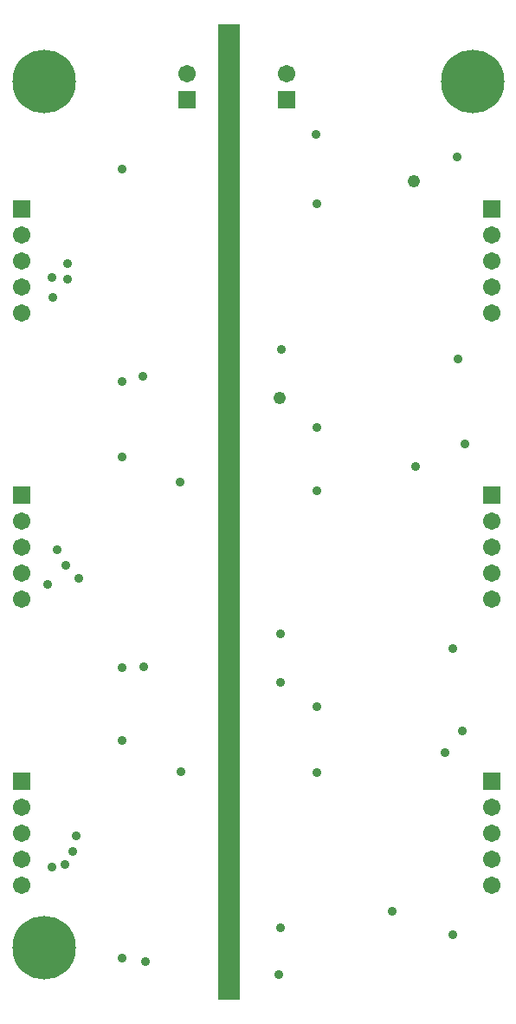
<source format=gbs>
G04*
G04 #@! TF.GenerationSoftware,Altium Limited,Altium Designer,20.2.3 (150)*
G04*
G04 Layer_Color=16711935*
%FSLAX25Y25*%
%MOIN*%
G70*
G04*
G04 #@! TF.SameCoordinates,9B11B327-6EB5-4971-87C7-186C775F7969*
G04*
G04*
G04 #@! TF.FilePolarity,Negative*
G04*
G01*
G75*
%ADD30C,0.06706*%
%ADD31R,0.06706X0.06706*%
%ADD32C,0.24422*%
%ADD33C,0.03500*%
%ADD34C,0.04800*%
G36*
X340500Y100000D02*
X332000D01*
Y475000D01*
X340500D01*
Y100000D01*
D02*
G37*
D30*
X437500Y364000D02*
D03*
Y374000D02*
D03*
Y384000D02*
D03*
Y394000D02*
D03*
X256500Y364000D02*
D03*
Y374000D02*
D03*
Y384000D02*
D03*
Y394000D02*
D03*
Y284000D02*
D03*
Y274000D02*
D03*
Y264000D02*
D03*
Y254000D02*
D03*
Y174000D02*
D03*
Y164000D02*
D03*
Y154000D02*
D03*
Y144000D02*
D03*
X437500Y174000D02*
D03*
Y164000D02*
D03*
Y154000D02*
D03*
Y144000D02*
D03*
Y254000D02*
D03*
Y264000D02*
D03*
Y274000D02*
D03*
Y284000D02*
D03*
X358500Y456000D02*
D03*
X320000D02*
D03*
D31*
X437500Y404000D02*
D03*
X256500D02*
D03*
Y294000D02*
D03*
Y184000D02*
D03*
X437500D02*
D03*
Y294000D02*
D03*
X358500Y446000D02*
D03*
X320000D02*
D03*
D32*
X265000Y453000D02*
D03*
Y120000D02*
D03*
X430000Y453000D02*
D03*
D33*
X370029Y187130D02*
D03*
X370000Y295500D02*
D03*
X356500Y350000D02*
D03*
X356000Y127500D02*
D03*
Y240500D02*
D03*
X273000Y152000D02*
D03*
X317836Y187645D02*
D03*
X278500Y262000D02*
D03*
X317500Y299000D02*
D03*
X422500Y125000D02*
D03*
X422465Y235035D02*
D03*
X425932Y203175D02*
D03*
X419500Y195000D02*
D03*
X427000Y313500D02*
D03*
X424000Y424000D02*
D03*
X274000Y383000D02*
D03*
X274000Y377000D02*
D03*
X268000Y377500D02*
D03*
X276000Y157000D02*
D03*
X277500Y163000D02*
D03*
X268000Y151000D02*
D03*
X273500Y267000D02*
D03*
X270000Y273000D02*
D03*
X266500Y259500D02*
D03*
X268500Y370000D02*
D03*
X303500Y228000D02*
D03*
X304000Y114500D02*
D03*
X295000Y116000D02*
D03*
Y199500D02*
D03*
X295089Y227594D02*
D03*
X295000Y337500D02*
D03*
X295154Y308668D02*
D03*
X399000Y134000D02*
D03*
X355500Y109500D02*
D03*
X408000Y305000D02*
D03*
X370000Y212500D02*
D03*
X356000Y222000D02*
D03*
X424266Y346313D02*
D03*
X370164Y319942D02*
D03*
X303000Y339500D02*
D03*
X294970Y419160D02*
D03*
X369750Y432500D02*
D03*
X370000Y406000D02*
D03*
D34*
X407362Y414767D02*
D03*
X355803Y331423D02*
D03*
M02*

</source>
